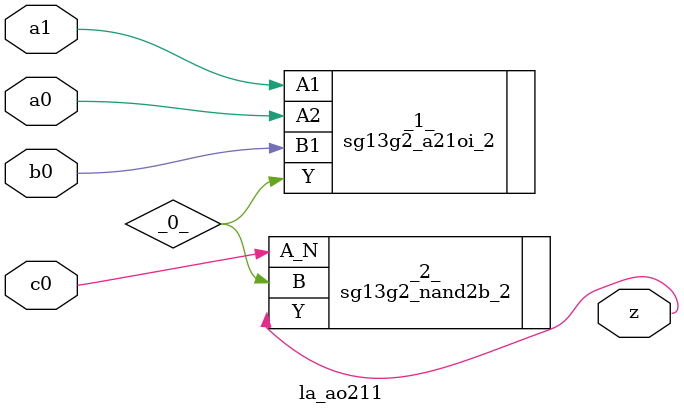
<source format=v>

/* Generated by Yosys 0.40+33 (git sha1 cd1fb8b15, g++ 11.4.0-1ubuntu1~22.04 -fPIC -Os) */

module la_ao211(a0, a1, b0, c0, z);
  wire _0_;
  input a0;
  wire a0;
  input a1;
  wire a1;
  input b0;
  wire b0;
  input c0;
  wire c0;
  output z;
  wire z;
  sg13g2_a21oi_2 _1_ (
    .A1(a1),
    .A2(a0),
    .B1(b0),
    .Y(_0_)
  );
  sg13g2_nand2b_2 _2_ (
    .A_N(c0),
    .B(_0_),
    .Y(z)
  );
endmodule

</source>
